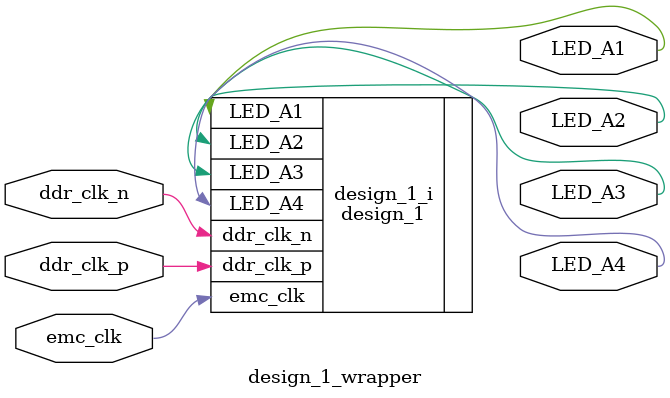
<source format=v>
`timescale 1 ps / 1 ps

module design_1_wrapper
   (LED_A1,
    LED_A2,
    LED_A3,
    LED_A4,
    ddr_clk_n,
    ddr_clk_p,
    emc_clk);
  output [0:0]LED_A1;
  output [0:0]LED_A2;
  output [0:0]LED_A3;
  output [0:0]LED_A4;
  input [0:0]ddr_clk_n;
  input [0:0]ddr_clk_p;
  input emc_clk;

  wire [0:0]LED_A1;
  wire [0:0]LED_A2;
  wire [0:0]LED_A3;
  wire [0:0]LED_A4;
  wire [0:0]ddr_clk_n;
  wire [0:0]ddr_clk_p;
  wire emc_clk;

  design_1 design_1_i
       (.LED_A1(LED_A1),
        .LED_A2(LED_A2),
        .LED_A3(LED_A3),
        .LED_A4(LED_A4),
        .ddr_clk_n(ddr_clk_n),
        .ddr_clk_p(ddr_clk_p),
        .emc_clk(emc_clk));
endmodule

</source>
